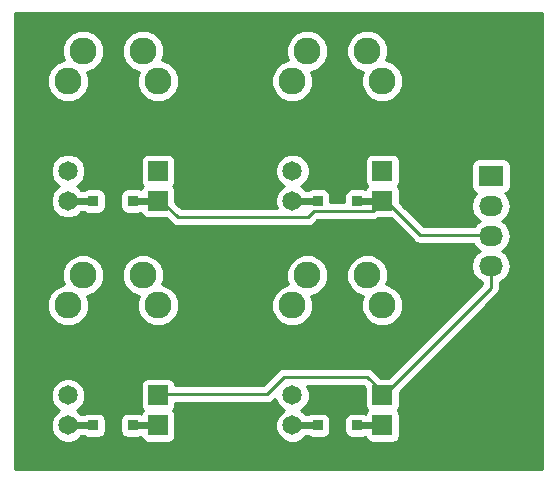
<source format=gbr>
G04 #@! TF.FileFunction,Copper,L2,Bot,Signal*
%FSLAX46Y46*%
G04 Gerber Fmt 4.6, Leading zero omitted, Abs format (unit mm)*
G04 Created by KiCad (PCBNEW (after 2015-jan-16 BZR unknown)-brewed_product) date Friday, March 06, 2015 'AMt' 08:10:05 AM*
%MOMM*%
G01*
G04 APERTURE LIST*
%ADD10C,0.100000*%
%ADD11C,0.609600*%
%ADD12C,2.286000*%
%ADD13C,1.701800*%
%ADD14C,1.651000*%
%ADD15R,1.651000X1.651000*%
%ADD16R,0.838200X0.838200*%
%ADD17R,2.032000X1.727200*%
%ADD18O,2.032000X1.727200*%
%ADD19C,0.254000*%
G04 APERTURE END LIST*
D10*
D11*
X150190000Y-115620000D02*
X152336300Y-115620000D01*
X155663700Y-115620000D02*
X157810000Y-115620000D01*
X150190000Y-134620000D02*
X152336300Y-134620000D01*
X155663700Y-134620000D02*
X157810000Y-134620000D01*
X169190000Y-115620000D02*
X171336300Y-115620000D01*
X174663700Y-115620000D02*
X176810000Y-115620000D01*
X169190000Y-134620000D02*
X171336300Y-134620000D01*
X174663700Y-134620000D02*
X176810000Y-134620000D01*
D12*
X156540000Y-102920000D03*
X150190000Y-105460000D03*
D13*
X148920000Y-108000000D03*
X159080000Y-108000000D03*
D12*
X157810000Y-105460000D03*
X151460000Y-102920000D03*
D14*
X150190000Y-113080000D03*
D15*
X157810000Y-113080000D03*
D14*
X150190000Y-115620000D03*
D15*
X157810000Y-115620000D03*
D16*
X152336300Y-115620000D03*
X155663700Y-115620000D03*
D12*
X156540000Y-121920000D03*
X150190000Y-124460000D03*
D13*
X148920000Y-127000000D03*
X159080000Y-127000000D03*
D12*
X157810000Y-124460000D03*
X151460000Y-121920000D03*
D14*
X150190000Y-132080000D03*
D15*
X157810000Y-132080000D03*
D14*
X150190000Y-134620000D03*
D15*
X157810000Y-134620000D03*
D16*
X152336300Y-134620000D03*
X155663700Y-134620000D03*
D12*
X175540000Y-102920000D03*
X169190000Y-105460000D03*
D13*
X167920000Y-108000000D03*
X178080000Y-108000000D03*
D12*
X176810000Y-105460000D03*
X170460000Y-102920000D03*
D14*
X169190000Y-113080000D03*
D15*
X176810000Y-113080000D03*
D14*
X169190000Y-115620000D03*
D15*
X176810000Y-115620000D03*
D16*
X171336300Y-115620000D03*
X174663700Y-115620000D03*
D12*
X175540000Y-121920000D03*
X169190000Y-124460000D03*
D13*
X167920000Y-127000000D03*
X178080000Y-127000000D03*
D12*
X176810000Y-124460000D03*
X170460000Y-121920000D03*
D14*
X169190000Y-132080000D03*
D15*
X176810000Y-132080000D03*
D14*
X169190000Y-134620000D03*
D15*
X176810000Y-134620000D03*
D16*
X171336300Y-134620000D03*
X174663700Y-134620000D03*
D17*
X186000000Y-113500000D03*
D18*
X186000000Y-116040000D03*
X186000000Y-118580000D03*
X186000000Y-121120000D03*
D19*
X176810000Y-115620000D02*
X177000000Y-115500000D01*
X186000000Y-118500000D02*
X186000000Y-118580000D01*
X157810000Y-115620000D02*
X158000000Y-115500000D01*
X177000000Y-115500000D02*
X176810000Y-115620000D01*
X177000000Y-115500000D02*
X176810000Y-115620000D01*
X176000000Y-116500000D02*
X177000000Y-115500000D01*
X171000000Y-116500000D02*
X176000000Y-116500000D01*
X170500000Y-117000000D02*
X171000000Y-116500000D01*
X159500000Y-117000000D02*
X170500000Y-117000000D01*
X158000000Y-115500000D02*
X159500000Y-117000000D01*
X157810000Y-115620000D02*
X158000000Y-115500000D01*
X186000000Y-118500000D02*
X186000000Y-118580000D01*
X180000000Y-118500000D02*
X186000000Y-118500000D01*
X177000000Y-115500000D02*
X180000000Y-118500000D01*
X176810000Y-115620000D02*
X177000000Y-115500000D01*
X176810000Y-132080000D02*
X177000000Y-132000000D01*
X158000000Y-132000000D02*
X157810000Y-132080000D01*
X158000000Y-132000000D02*
X157810000Y-132080000D01*
X167000000Y-132000000D02*
X158000000Y-132000000D01*
X168500000Y-130500000D02*
X167000000Y-132000000D01*
X175500000Y-130500000D02*
X168500000Y-130500000D01*
X177000000Y-132000000D02*
X175500000Y-130500000D01*
X176810000Y-132080000D02*
X177000000Y-132000000D01*
X177000000Y-132000000D02*
X176810000Y-132080000D01*
X186000000Y-123000000D02*
X177000000Y-132000000D01*
X186000000Y-121120000D02*
X186000000Y-123000000D01*
X175540000Y-121920000D02*
X175500000Y-122000000D01*
G36*
X190315000Y-138315000D02*
X187683345Y-138315000D01*
X187683345Y-121120000D01*
X187569271Y-120546511D01*
X187244415Y-120060330D01*
X186929634Y-119850000D01*
X187244415Y-119639670D01*
X187569271Y-119153489D01*
X187683345Y-118580000D01*
X187569271Y-118006511D01*
X187244415Y-117520330D01*
X186929634Y-117310000D01*
X187244415Y-117099670D01*
X187569271Y-116613489D01*
X187683345Y-116040000D01*
X187569271Y-115466511D01*
X187244415Y-114980330D01*
X187228632Y-114969784D01*
X187258123Y-114964063D01*
X187470927Y-114824273D01*
X187613377Y-114613240D01*
X187663440Y-114363600D01*
X187663440Y-112636400D01*
X187616463Y-112394277D01*
X187476673Y-112181473D01*
X187265640Y-112039023D01*
X187016000Y-111988960D01*
X184984000Y-111988960D01*
X184741877Y-112035937D01*
X184529073Y-112175727D01*
X184386623Y-112386760D01*
X184336560Y-112636400D01*
X184336560Y-114363600D01*
X184383537Y-114605723D01*
X184523327Y-114818527D01*
X184734360Y-114960977D01*
X184772962Y-114968718D01*
X184755585Y-114980330D01*
X184430729Y-115466511D01*
X184316655Y-116040000D01*
X184430729Y-116613489D01*
X184755585Y-117099670D01*
X185070365Y-117310000D01*
X184755585Y-117520330D01*
X184610142Y-117738000D01*
X180315630Y-117738000D01*
X178588308Y-116010677D01*
X178588308Y-105107886D01*
X178318194Y-104454160D01*
X177818471Y-103953564D01*
X177165218Y-103682309D01*
X177148657Y-103682294D01*
X177317691Y-103275218D01*
X177318308Y-102567886D01*
X177048194Y-101914160D01*
X176548471Y-101413564D01*
X175895218Y-101142309D01*
X175187886Y-101141692D01*
X174534160Y-101411806D01*
X174033564Y-101911529D01*
X173762309Y-102564782D01*
X173761692Y-103272114D01*
X174031806Y-103925840D01*
X174531529Y-104426436D01*
X175184782Y-104697691D01*
X175201342Y-104697705D01*
X175032309Y-105104782D01*
X175031692Y-105812114D01*
X175301806Y-106465840D01*
X175801529Y-106966436D01*
X176454782Y-107237691D01*
X177162114Y-107238308D01*
X177815840Y-106968194D01*
X178316436Y-106468471D01*
X178587691Y-105815218D01*
X178588308Y-105107886D01*
X178588308Y-116010677D01*
X178282940Y-115705309D01*
X178282940Y-114794500D01*
X178235963Y-114552377D01*
X178102194Y-114348739D01*
X178232877Y-114155140D01*
X178282940Y-113905500D01*
X178282940Y-112254500D01*
X178235963Y-112012377D01*
X178096173Y-111799573D01*
X177885140Y-111657123D01*
X177635500Y-111607060D01*
X175984500Y-111607060D01*
X175742377Y-111654037D01*
X175529573Y-111793827D01*
X175387123Y-112004860D01*
X175337060Y-112254500D01*
X175337060Y-113905500D01*
X175384037Y-114147623D01*
X175517805Y-114351260D01*
X175387123Y-114544860D01*
X175370241Y-114629039D01*
X175332440Y-114603523D01*
X175082800Y-114553460D01*
X174244600Y-114553460D01*
X174002477Y-114600437D01*
X173789673Y-114740227D01*
X173647223Y-114951260D01*
X173597160Y-115200900D01*
X173597160Y-115738000D01*
X172402840Y-115738000D01*
X172402840Y-115200900D01*
X172355863Y-114958777D01*
X172238308Y-114779821D01*
X172238308Y-102567886D01*
X171968194Y-101914160D01*
X171468471Y-101413564D01*
X170815218Y-101142309D01*
X170107886Y-101141692D01*
X169454160Y-101411806D01*
X168953564Y-101911529D01*
X168682309Y-102564782D01*
X168681692Y-103272114D01*
X168850930Y-103681703D01*
X168837886Y-103681692D01*
X168184160Y-103951806D01*
X167683564Y-104451529D01*
X167412309Y-105104782D01*
X167411692Y-105812114D01*
X167681806Y-106465840D01*
X168181529Y-106966436D01*
X168834782Y-107237691D01*
X169542114Y-107238308D01*
X170195840Y-106968194D01*
X170696436Y-106468471D01*
X170967691Y-105815218D01*
X170968308Y-105107886D01*
X170799069Y-104698296D01*
X170812114Y-104698308D01*
X171465840Y-104428194D01*
X171966436Y-103928471D01*
X172237691Y-103275218D01*
X172238308Y-102567886D01*
X172238308Y-114779821D01*
X172216073Y-114745973D01*
X172005040Y-114603523D01*
X171755400Y-114553460D01*
X170917200Y-114553460D01*
X170675077Y-114600437D01*
X170553652Y-114680200D01*
X170315498Y-114680200D01*
X170018387Y-114382570D01*
X169940421Y-114350195D01*
X170016226Y-114318874D01*
X170427430Y-113908387D01*
X170650246Y-113371786D01*
X170650753Y-112790763D01*
X170428874Y-112253774D01*
X170018387Y-111842570D01*
X169481786Y-111619754D01*
X168900763Y-111619247D01*
X168363774Y-111841126D01*
X167952570Y-112251613D01*
X167729754Y-112788214D01*
X167729247Y-113369237D01*
X167951126Y-113906226D01*
X168361613Y-114317430D01*
X168439578Y-114349804D01*
X168363774Y-114381126D01*
X167952570Y-114791613D01*
X167729754Y-115328214D01*
X167729247Y-115909237D01*
X167865088Y-116238000D01*
X159815630Y-116238000D01*
X159588308Y-116010677D01*
X159588308Y-105107886D01*
X159318194Y-104454160D01*
X158818471Y-103953564D01*
X158165218Y-103682309D01*
X158148657Y-103682294D01*
X158317691Y-103275218D01*
X158318308Y-102567886D01*
X158048194Y-101914160D01*
X157548471Y-101413564D01*
X156895218Y-101142309D01*
X156187886Y-101141692D01*
X155534160Y-101411806D01*
X155033564Y-101911529D01*
X154762309Y-102564782D01*
X154761692Y-103272114D01*
X155031806Y-103925840D01*
X155531529Y-104426436D01*
X156184782Y-104697691D01*
X156201342Y-104697705D01*
X156032309Y-105104782D01*
X156031692Y-105812114D01*
X156301806Y-106465840D01*
X156801529Y-106966436D01*
X157454782Y-107237691D01*
X158162114Y-107238308D01*
X158815840Y-106968194D01*
X159316436Y-106468471D01*
X159587691Y-105815218D01*
X159588308Y-105107886D01*
X159588308Y-116010677D01*
X159282940Y-115705309D01*
X159282940Y-114794500D01*
X159235963Y-114552377D01*
X159102194Y-114348739D01*
X159232877Y-114155140D01*
X159282940Y-113905500D01*
X159282940Y-112254500D01*
X159235963Y-112012377D01*
X159096173Y-111799573D01*
X158885140Y-111657123D01*
X158635500Y-111607060D01*
X156984500Y-111607060D01*
X156742377Y-111654037D01*
X156529573Y-111793827D01*
X156387123Y-112004860D01*
X156337060Y-112254500D01*
X156337060Y-113905500D01*
X156384037Y-114147623D01*
X156517805Y-114351260D01*
X156387123Y-114544860D01*
X156370241Y-114629039D01*
X156332440Y-114603523D01*
X156082800Y-114553460D01*
X155244600Y-114553460D01*
X155002477Y-114600437D01*
X154789673Y-114740227D01*
X154647223Y-114951260D01*
X154597160Y-115200900D01*
X154597160Y-116039100D01*
X154644137Y-116281223D01*
X154783927Y-116494027D01*
X154994960Y-116636477D01*
X155244600Y-116686540D01*
X156082800Y-116686540D01*
X156324923Y-116639563D01*
X156369083Y-116610553D01*
X156384037Y-116687623D01*
X156523827Y-116900427D01*
X156734860Y-117042877D01*
X156984500Y-117092940D01*
X158515309Y-117092940D01*
X158961184Y-117538815D01*
X158961185Y-117538815D01*
X159208395Y-117703996D01*
X159500000Y-117762000D01*
X170500000Y-117762000D01*
X170500000Y-117761999D01*
X170791604Y-117703996D01*
X170791605Y-117703996D01*
X171038815Y-117538815D01*
X171315630Y-117262000D01*
X176000000Y-117262000D01*
X176000000Y-117261999D01*
X176291604Y-117203996D01*
X176291605Y-117203996D01*
X176457811Y-117092940D01*
X177515309Y-117092940D01*
X179461185Y-119038816D01*
X179609376Y-119137834D01*
X179708395Y-119203996D01*
X179708396Y-119203996D01*
X180000000Y-119262000D01*
X184503233Y-119262000D01*
X184755585Y-119639670D01*
X185070365Y-119850000D01*
X184755585Y-120060330D01*
X184430729Y-120546511D01*
X184316655Y-121120000D01*
X184430729Y-121693489D01*
X184755585Y-122179670D01*
X185238000Y-122502009D01*
X185238000Y-122684370D01*
X178588308Y-129334062D01*
X178588308Y-124107886D01*
X178318194Y-123454160D01*
X177818471Y-122953564D01*
X177165218Y-122682309D01*
X177148657Y-122682294D01*
X177317691Y-122275218D01*
X177318308Y-121567886D01*
X177048194Y-120914160D01*
X176548471Y-120413564D01*
X175895218Y-120142309D01*
X175187886Y-120141692D01*
X174534160Y-120411806D01*
X174033564Y-120911529D01*
X173762309Y-121564782D01*
X173761692Y-122272114D01*
X174031806Y-122925840D01*
X174531529Y-123426436D01*
X175184782Y-123697691D01*
X175201342Y-123697705D01*
X175032309Y-124104782D01*
X175031692Y-124812114D01*
X175301806Y-125465840D01*
X175801529Y-125966436D01*
X176454782Y-126237691D01*
X177162114Y-126238308D01*
X177815840Y-125968194D01*
X178316436Y-125468471D01*
X178587691Y-124815218D01*
X178588308Y-124107886D01*
X178588308Y-129334062D01*
X177315310Y-130607060D01*
X176684690Y-130607060D01*
X176038815Y-129961185D01*
X175791605Y-129796004D01*
X175500000Y-129738000D01*
X172238308Y-129738000D01*
X172238308Y-121567886D01*
X171968194Y-120914160D01*
X171468471Y-120413564D01*
X170815218Y-120142309D01*
X170107886Y-120141692D01*
X169454160Y-120411806D01*
X168953564Y-120911529D01*
X168682309Y-121564782D01*
X168681692Y-122272114D01*
X168850930Y-122681703D01*
X168837886Y-122681692D01*
X168184160Y-122951806D01*
X167683564Y-123451529D01*
X167412309Y-124104782D01*
X167411692Y-124812114D01*
X167681806Y-125465840D01*
X168181529Y-125966436D01*
X168834782Y-126237691D01*
X169542114Y-126238308D01*
X170195840Y-125968194D01*
X170696436Y-125468471D01*
X170967691Y-124815218D01*
X170968308Y-124107886D01*
X170799069Y-123698296D01*
X170812114Y-123698308D01*
X171465840Y-123428194D01*
X171966436Y-122928471D01*
X172237691Y-122275218D01*
X172238308Y-121567886D01*
X172238308Y-129738000D01*
X168500000Y-129738000D01*
X168208395Y-129796004D01*
X167961184Y-129961185D01*
X166684369Y-131238000D01*
X159588308Y-131238000D01*
X159588308Y-124107886D01*
X159318194Y-123454160D01*
X158818471Y-122953564D01*
X158165218Y-122682309D01*
X158148657Y-122682294D01*
X158317691Y-122275218D01*
X158318308Y-121567886D01*
X158048194Y-120914160D01*
X157548471Y-120413564D01*
X156895218Y-120142309D01*
X156187886Y-120141692D01*
X155534160Y-120411806D01*
X155033564Y-120911529D01*
X154762309Y-121564782D01*
X154761692Y-122272114D01*
X155031806Y-122925840D01*
X155531529Y-123426436D01*
X156184782Y-123697691D01*
X156201342Y-123697705D01*
X156032309Y-124104782D01*
X156031692Y-124812114D01*
X156301806Y-125465840D01*
X156801529Y-125966436D01*
X157454782Y-126237691D01*
X158162114Y-126238308D01*
X158815840Y-125968194D01*
X159316436Y-125468471D01*
X159587691Y-124815218D01*
X159588308Y-124107886D01*
X159588308Y-131238000D01*
X159279738Y-131238000D01*
X159235963Y-131012377D01*
X159096173Y-130799573D01*
X158885140Y-130657123D01*
X158635500Y-130607060D01*
X156984500Y-130607060D01*
X156742377Y-130654037D01*
X156529573Y-130793827D01*
X156387123Y-131004860D01*
X156337060Y-131254500D01*
X156337060Y-132905500D01*
X156384037Y-133147623D01*
X156517805Y-133351260D01*
X156387123Y-133544860D01*
X156370241Y-133629039D01*
X156332440Y-133603523D01*
X156082800Y-133553460D01*
X155244600Y-133553460D01*
X155002477Y-133600437D01*
X154789673Y-133740227D01*
X154647223Y-133951260D01*
X154597160Y-134200900D01*
X154597160Y-135039100D01*
X154644137Y-135281223D01*
X154783927Y-135494027D01*
X154994960Y-135636477D01*
X155244600Y-135686540D01*
X156082800Y-135686540D01*
X156324923Y-135639563D01*
X156369083Y-135610553D01*
X156384037Y-135687623D01*
X156523827Y-135900427D01*
X156734860Y-136042877D01*
X156984500Y-136092940D01*
X158635500Y-136092940D01*
X158877623Y-136045963D01*
X159090427Y-135906173D01*
X159232877Y-135695140D01*
X159282940Y-135445500D01*
X159282940Y-133794500D01*
X159235963Y-133552377D01*
X159102194Y-133348739D01*
X159232877Y-133155140D01*
X159282940Y-132905500D01*
X159282940Y-132762000D01*
X167000000Y-132762000D01*
X167000000Y-132761999D01*
X167291604Y-132703996D01*
X167291605Y-132703996D01*
X167538815Y-132538815D01*
X167729265Y-132348364D01*
X167729247Y-132369237D01*
X167951126Y-132906226D01*
X168361613Y-133317430D01*
X168439578Y-133349804D01*
X168363774Y-133381126D01*
X167952570Y-133791613D01*
X167729754Y-134328214D01*
X167729247Y-134909237D01*
X167951126Y-135446226D01*
X168361613Y-135857430D01*
X168898214Y-136080246D01*
X169479237Y-136080753D01*
X170016226Y-135858874D01*
X170315822Y-135559800D01*
X170553966Y-135559800D01*
X170667560Y-135636477D01*
X170917200Y-135686540D01*
X171755400Y-135686540D01*
X171997523Y-135639563D01*
X172210327Y-135499773D01*
X172352777Y-135288740D01*
X172402840Y-135039100D01*
X172402840Y-134200900D01*
X172355863Y-133958777D01*
X172216073Y-133745973D01*
X172005040Y-133603523D01*
X171755400Y-133553460D01*
X170917200Y-133553460D01*
X170675077Y-133600437D01*
X170553652Y-133680200D01*
X170315498Y-133680200D01*
X170018387Y-133382570D01*
X169940421Y-133350195D01*
X170016226Y-133318874D01*
X170427430Y-132908387D01*
X170650246Y-132371786D01*
X170650753Y-131790763D01*
X170432272Y-131262000D01*
X175184369Y-131262000D01*
X175337060Y-131414690D01*
X175337060Y-132905500D01*
X175384037Y-133147623D01*
X175517805Y-133351260D01*
X175387123Y-133544860D01*
X175370241Y-133629039D01*
X175332440Y-133603523D01*
X175082800Y-133553460D01*
X174244600Y-133553460D01*
X174002477Y-133600437D01*
X173789673Y-133740227D01*
X173647223Y-133951260D01*
X173597160Y-134200900D01*
X173597160Y-135039100D01*
X173644137Y-135281223D01*
X173783927Y-135494027D01*
X173994960Y-135636477D01*
X174244600Y-135686540D01*
X175082800Y-135686540D01*
X175324923Y-135639563D01*
X175369083Y-135610553D01*
X175384037Y-135687623D01*
X175523827Y-135900427D01*
X175734860Y-136042877D01*
X175984500Y-136092940D01*
X177635500Y-136092940D01*
X177877623Y-136045963D01*
X178090427Y-135906173D01*
X178232877Y-135695140D01*
X178282940Y-135445500D01*
X178282940Y-133794500D01*
X178235963Y-133552377D01*
X178102194Y-133348739D01*
X178232877Y-133155140D01*
X178282940Y-132905500D01*
X178282940Y-131794690D01*
X186538815Y-123538815D01*
X186703996Y-123291605D01*
X186761999Y-123000000D01*
X186762000Y-123000000D01*
X186762000Y-122502009D01*
X187244415Y-122179670D01*
X187569271Y-121693489D01*
X187683345Y-121120000D01*
X187683345Y-138315000D01*
X153402840Y-138315000D01*
X153402840Y-135039100D01*
X153402840Y-134200900D01*
X153402840Y-116039100D01*
X153402840Y-115200900D01*
X153355863Y-114958777D01*
X153238308Y-114779821D01*
X153238308Y-102567886D01*
X152968194Y-101914160D01*
X152468471Y-101413564D01*
X151815218Y-101142309D01*
X151107886Y-101141692D01*
X150454160Y-101411806D01*
X149953564Y-101911529D01*
X149682309Y-102564782D01*
X149681692Y-103272114D01*
X149850930Y-103681703D01*
X149837886Y-103681692D01*
X149184160Y-103951806D01*
X148683564Y-104451529D01*
X148412309Y-105104782D01*
X148411692Y-105812114D01*
X148681806Y-106465840D01*
X149181529Y-106966436D01*
X149834782Y-107237691D01*
X150542114Y-107238308D01*
X151195840Y-106968194D01*
X151696436Y-106468471D01*
X151967691Y-105815218D01*
X151968308Y-105107886D01*
X151799069Y-104698296D01*
X151812114Y-104698308D01*
X152465840Y-104428194D01*
X152966436Y-103928471D01*
X153237691Y-103275218D01*
X153238308Y-102567886D01*
X153238308Y-114779821D01*
X153216073Y-114745973D01*
X153005040Y-114603523D01*
X152755400Y-114553460D01*
X151917200Y-114553460D01*
X151675077Y-114600437D01*
X151553652Y-114680200D01*
X151315498Y-114680200D01*
X151018387Y-114382570D01*
X150940421Y-114350195D01*
X151016226Y-114318874D01*
X151427430Y-113908387D01*
X151650246Y-113371786D01*
X151650753Y-112790763D01*
X151428874Y-112253774D01*
X151018387Y-111842570D01*
X150481786Y-111619754D01*
X149900763Y-111619247D01*
X149363774Y-111841126D01*
X148952570Y-112251613D01*
X148729754Y-112788214D01*
X148729247Y-113369237D01*
X148951126Y-113906226D01*
X149361613Y-114317430D01*
X149439578Y-114349804D01*
X149363774Y-114381126D01*
X148952570Y-114791613D01*
X148729754Y-115328214D01*
X148729247Y-115909237D01*
X148951126Y-116446226D01*
X149361613Y-116857430D01*
X149898214Y-117080246D01*
X150479237Y-117080753D01*
X151016226Y-116858874D01*
X151315822Y-116559800D01*
X151553966Y-116559800D01*
X151667560Y-116636477D01*
X151917200Y-116686540D01*
X152755400Y-116686540D01*
X152997523Y-116639563D01*
X153210327Y-116499773D01*
X153352777Y-116288740D01*
X153402840Y-116039100D01*
X153402840Y-134200900D01*
X153355863Y-133958777D01*
X153238308Y-133779821D01*
X153238308Y-121567886D01*
X152968194Y-120914160D01*
X152468471Y-120413564D01*
X151815218Y-120142309D01*
X151107886Y-120141692D01*
X150454160Y-120411806D01*
X149953564Y-120911529D01*
X149682309Y-121564782D01*
X149681692Y-122272114D01*
X149850930Y-122681703D01*
X149837886Y-122681692D01*
X149184160Y-122951806D01*
X148683564Y-123451529D01*
X148412309Y-124104782D01*
X148411692Y-124812114D01*
X148681806Y-125465840D01*
X149181529Y-125966436D01*
X149834782Y-126237691D01*
X150542114Y-126238308D01*
X151195840Y-125968194D01*
X151696436Y-125468471D01*
X151967691Y-124815218D01*
X151968308Y-124107886D01*
X151799069Y-123698296D01*
X151812114Y-123698308D01*
X152465840Y-123428194D01*
X152966436Y-122928471D01*
X153237691Y-122275218D01*
X153238308Y-121567886D01*
X153238308Y-133779821D01*
X153216073Y-133745973D01*
X153005040Y-133603523D01*
X152755400Y-133553460D01*
X151917200Y-133553460D01*
X151675077Y-133600437D01*
X151553652Y-133680200D01*
X151315498Y-133680200D01*
X151018387Y-133382570D01*
X150940421Y-133350195D01*
X151016226Y-133318874D01*
X151427430Y-132908387D01*
X151650246Y-132371786D01*
X151650753Y-131790763D01*
X151428874Y-131253774D01*
X151018387Y-130842570D01*
X150481786Y-130619754D01*
X149900763Y-130619247D01*
X149363774Y-130841126D01*
X148952570Y-131251613D01*
X148729754Y-131788214D01*
X148729247Y-132369237D01*
X148951126Y-132906226D01*
X149361613Y-133317430D01*
X149439578Y-133349804D01*
X149363774Y-133381126D01*
X148952570Y-133791613D01*
X148729754Y-134328214D01*
X148729247Y-134909237D01*
X148951126Y-135446226D01*
X149361613Y-135857430D01*
X149898214Y-136080246D01*
X150479237Y-136080753D01*
X151016226Y-135858874D01*
X151315822Y-135559800D01*
X151553966Y-135559800D01*
X151667560Y-135636477D01*
X151917200Y-135686540D01*
X152755400Y-135686540D01*
X152997523Y-135639563D01*
X153210327Y-135499773D01*
X153352777Y-135288740D01*
X153402840Y-135039100D01*
X153402840Y-138315000D01*
X145685000Y-138315000D01*
X145685000Y-138000000D01*
X145685000Y-99685000D01*
X190315000Y-99685000D01*
X190315000Y-138315000D01*
X190315000Y-138315000D01*
G37*
X190315000Y-138315000D02*
X187683345Y-138315000D01*
X187683345Y-121120000D01*
X187569271Y-120546511D01*
X187244415Y-120060330D01*
X186929634Y-119850000D01*
X187244415Y-119639670D01*
X187569271Y-119153489D01*
X187683345Y-118580000D01*
X187569271Y-118006511D01*
X187244415Y-117520330D01*
X186929634Y-117310000D01*
X187244415Y-117099670D01*
X187569271Y-116613489D01*
X187683345Y-116040000D01*
X187569271Y-115466511D01*
X187244415Y-114980330D01*
X187228632Y-114969784D01*
X187258123Y-114964063D01*
X187470927Y-114824273D01*
X187613377Y-114613240D01*
X187663440Y-114363600D01*
X187663440Y-112636400D01*
X187616463Y-112394277D01*
X187476673Y-112181473D01*
X187265640Y-112039023D01*
X187016000Y-111988960D01*
X184984000Y-111988960D01*
X184741877Y-112035937D01*
X184529073Y-112175727D01*
X184386623Y-112386760D01*
X184336560Y-112636400D01*
X184336560Y-114363600D01*
X184383537Y-114605723D01*
X184523327Y-114818527D01*
X184734360Y-114960977D01*
X184772962Y-114968718D01*
X184755585Y-114980330D01*
X184430729Y-115466511D01*
X184316655Y-116040000D01*
X184430729Y-116613489D01*
X184755585Y-117099670D01*
X185070365Y-117310000D01*
X184755585Y-117520330D01*
X184610142Y-117738000D01*
X180315630Y-117738000D01*
X178588308Y-116010677D01*
X178588308Y-105107886D01*
X178318194Y-104454160D01*
X177818471Y-103953564D01*
X177165218Y-103682309D01*
X177148657Y-103682294D01*
X177317691Y-103275218D01*
X177318308Y-102567886D01*
X177048194Y-101914160D01*
X176548471Y-101413564D01*
X175895218Y-101142309D01*
X175187886Y-101141692D01*
X174534160Y-101411806D01*
X174033564Y-101911529D01*
X173762309Y-102564782D01*
X173761692Y-103272114D01*
X174031806Y-103925840D01*
X174531529Y-104426436D01*
X175184782Y-104697691D01*
X175201342Y-104697705D01*
X175032309Y-105104782D01*
X175031692Y-105812114D01*
X175301806Y-106465840D01*
X175801529Y-106966436D01*
X176454782Y-107237691D01*
X177162114Y-107238308D01*
X177815840Y-106968194D01*
X178316436Y-106468471D01*
X178587691Y-105815218D01*
X178588308Y-105107886D01*
X178588308Y-116010677D01*
X178282940Y-115705309D01*
X178282940Y-114794500D01*
X178235963Y-114552377D01*
X178102194Y-114348739D01*
X178232877Y-114155140D01*
X178282940Y-113905500D01*
X178282940Y-112254500D01*
X178235963Y-112012377D01*
X178096173Y-111799573D01*
X177885140Y-111657123D01*
X177635500Y-111607060D01*
X175984500Y-111607060D01*
X175742377Y-111654037D01*
X175529573Y-111793827D01*
X175387123Y-112004860D01*
X175337060Y-112254500D01*
X175337060Y-113905500D01*
X175384037Y-114147623D01*
X175517805Y-114351260D01*
X175387123Y-114544860D01*
X175370241Y-114629039D01*
X175332440Y-114603523D01*
X175082800Y-114553460D01*
X174244600Y-114553460D01*
X174002477Y-114600437D01*
X173789673Y-114740227D01*
X173647223Y-114951260D01*
X173597160Y-115200900D01*
X173597160Y-115738000D01*
X172402840Y-115738000D01*
X172402840Y-115200900D01*
X172355863Y-114958777D01*
X172238308Y-114779821D01*
X172238308Y-102567886D01*
X171968194Y-101914160D01*
X171468471Y-101413564D01*
X170815218Y-101142309D01*
X170107886Y-101141692D01*
X169454160Y-101411806D01*
X168953564Y-101911529D01*
X168682309Y-102564782D01*
X168681692Y-103272114D01*
X168850930Y-103681703D01*
X168837886Y-103681692D01*
X168184160Y-103951806D01*
X167683564Y-104451529D01*
X167412309Y-105104782D01*
X167411692Y-105812114D01*
X167681806Y-106465840D01*
X168181529Y-106966436D01*
X168834782Y-107237691D01*
X169542114Y-107238308D01*
X170195840Y-106968194D01*
X170696436Y-106468471D01*
X170967691Y-105815218D01*
X170968308Y-105107886D01*
X170799069Y-104698296D01*
X170812114Y-104698308D01*
X171465840Y-104428194D01*
X171966436Y-103928471D01*
X172237691Y-103275218D01*
X172238308Y-102567886D01*
X172238308Y-114779821D01*
X172216073Y-114745973D01*
X172005040Y-114603523D01*
X171755400Y-114553460D01*
X170917200Y-114553460D01*
X170675077Y-114600437D01*
X170553652Y-114680200D01*
X170315498Y-114680200D01*
X170018387Y-114382570D01*
X169940421Y-114350195D01*
X170016226Y-114318874D01*
X170427430Y-113908387D01*
X170650246Y-113371786D01*
X170650753Y-112790763D01*
X170428874Y-112253774D01*
X170018387Y-111842570D01*
X169481786Y-111619754D01*
X168900763Y-111619247D01*
X168363774Y-111841126D01*
X167952570Y-112251613D01*
X167729754Y-112788214D01*
X167729247Y-113369237D01*
X167951126Y-113906226D01*
X168361613Y-114317430D01*
X168439578Y-114349804D01*
X168363774Y-114381126D01*
X167952570Y-114791613D01*
X167729754Y-115328214D01*
X167729247Y-115909237D01*
X167865088Y-116238000D01*
X159815630Y-116238000D01*
X159588308Y-116010677D01*
X159588308Y-105107886D01*
X159318194Y-104454160D01*
X158818471Y-103953564D01*
X158165218Y-103682309D01*
X158148657Y-103682294D01*
X158317691Y-103275218D01*
X158318308Y-102567886D01*
X158048194Y-101914160D01*
X157548471Y-101413564D01*
X156895218Y-101142309D01*
X156187886Y-101141692D01*
X155534160Y-101411806D01*
X155033564Y-101911529D01*
X154762309Y-102564782D01*
X154761692Y-103272114D01*
X155031806Y-103925840D01*
X155531529Y-104426436D01*
X156184782Y-104697691D01*
X156201342Y-104697705D01*
X156032309Y-105104782D01*
X156031692Y-105812114D01*
X156301806Y-106465840D01*
X156801529Y-106966436D01*
X157454782Y-107237691D01*
X158162114Y-107238308D01*
X158815840Y-106968194D01*
X159316436Y-106468471D01*
X159587691Y-105815218D01*
X159588308Y-105107886D01*
X159588308Y-116010677D01*
X159282940Y-115705309D01*
X159282940Y-114794500D01*
X159235963Y-114552377D01*
X159102194Y-114348739D01*
X159232877Y-114155140D01*
X159282940Y-113905500D01*
X159282940Y-112254500D01*
X159235963Y-112012377D01*
X159096173Y-111799573D01*
X158885140Y-111657123D01*
X158635500Y-111607060D01*
X156984500Y-111607060D01*
X156742377Y-111654037D01*
X156529573Y-111793827D01*
X156387123Y-112004860D01*
X156337060Y-112254500D01*
X156337060Y-113905500D01*
X156384037Y-114147623D01*
X156517805Y-114351260D01*
X156387123Y-114544860D01*
X156370241Y-114629039D01*
X156332440Y-114603523D01*
X156082800Y-114553460D01*
X155244600Y-114553460D01*
X155002477Y-114600437D01*
X154789673Y-114740227D01*
X154647223Y-114951260D01*
X154597160Y-115200900D01*
X154597160Y-116039100D01*
X154644137Y-116281223D01*
X154783927Y-116494027D01*
X154994960Y-116636477D01*
X155244600Y-116686540D01*
X156082800Y-116686540D01*
X156324923Y-116639563D01*
X156369083Y-116610553D01*
X156384037Y-116687623D01*
X156523827Y-116900427D01*
X156734860Y-117042877D01*
X156984500Y-117092940D01*
X158515309Y-117092940D01*
X158961184Y-117538815D01*
X158961185Y-117538815D01*
X159208395Y-117703996D01*
X159500000Y-117762000D01*
X170500000Y-117762000D01*
X170500000Y-117761999D01*
X170791604Y-117703996D01*
X170791605Y-117703996D01*
X171038815Y-117538815D01*
X171315630Y-117262000D01*
X176000000Y-117262000D01*
X176000000Y-117261999D01*
X176291604Y-117203996D01*
X176291605Y-117203996D01*
X176457811Y-117092940D01*
X177515309Y-117092940D01*
X179461185Y-119038816D01*
X179609376Y-119137834D01*
X179708395Y-119203996D01*
X179708396Y-119203996D01*
X180000000Y-119262000D01*
X184503233Y-119262000D01*
X184755585Y-119639670D01*
X185070365Y-119850000D01*
X184755585Y-120060330D01*
X184430729Y-120546511D01*
X184316655Y-121120000D01*
X184430729Y-121693489D01*
X184755585Y-122179670D01*
X185238000Y-122502009D01*
X185238000Y-122684370D01*
X178588308Y-129334062D01*
X178588308Y-124107886D01*
X178318194Y-123454160D01*
X177818471Y-122953564D01*
X177165218Y-122682309D01*
X177148657Y-122682294D01*
X177317691Y-122275218D01*
X177318308Y-121567886D01*
X177048194Y-120914160D01*
X176548471Y-120413564D01*
X175895218Y-120142309D01*
X175187886Y-120141692D01*
X174534160Y-120411806D01*
X174033564Y-120911529D01*
X173762309Y-121564782D01*
X173761692Y-122272114D01*
X174031806Y-122925840D01*
X174531529Y-123426436D01*
X175184782Y-123697691D01*
X175201342Y-123697705D01*
X175032309Y-124104782D01*
X175031692Y-124812114D01*
X175301806Y-125465840D01*
X175801529Y-125966436D01*
X176454782Y-126237691D01*
X177162114Y-126238308D01*
X177815840Y-125968194D01*
X178316436Y-125468471D01*
X178587691Y-124815218D01*
X178588308Y-124107886D01*
X178588308Y-129334062D01*
X177315310Y-130607060D01*
X176684690Y-130607060D01*
X176038815Y-129961185D01*
X175791605Y-129796004D01*
X175500000Y-129738000D01*
X172238308Y-129738000D01*
X172238308Y-121567886D01*
X171968194Y-120914160D01*
X171468471Y-120413564D01*
X170815218Y-120142309D01*
X170107886Y-120141692D01*
X169454160Y-120411806D01*
X168953564Y-120911529D01*
X168682309Y-121564782D01*
X168681692Y-122272114D01*
X168850930Y-122681703D01*
X168837886Y-122681692D01*
X168184160Y-122951806D01*
X167683564Y-123451529D01*
X167412309Y-124104782D01*
X167411692Y-124812114D01*
X167681806Y-125465840D01*
X168181529Y-125966436D01*
X168834782Y-126237691D01*
X169542114Y-126238308D01*
X170195840Y-125968194D01*
X170696436Y-125468471D01*
X170967691Y-124815218D01*
X170968308Y-124107886D01*
X170799069Y-123698296D01*
X170812114Y-123698308D01*
X171465840Y-123428194D01*
X171966436Y-122928471D01*
X172237691Y-122275218D01*
X172238308Y-121567886D01*
X172238308Y-129738000D01*
X168500000Y-129738000D01*
X168208395Y-129796004D01*
X167961184Y-129961185D01*
X166684369Y-131238000D01*
X159588308Y-131238000D01*
X159588308Y-124107886D01*
X159318194Y-123454160D01*
X158818471Y-122953564D01*
X158165218Y-122682309D01*
X158148657Y-122682294D01*
X158317691Y-122275218D01*
X158318308Y-121567886D01*
X158048194Y-120914160D01*
X157548471Y-120413564D01*
X156895218Y-120142309D01*
X156187886Y-120141692D01*
X155534160Y-120411806D01*
X155033564Y-120911529D01*
X154762309Y-121564782D01*
X154761692Y-122272114D01*
X155031806Y-122925840D01*
X155531529Y-123426436D01*
X156184782Y-123697691D01*
X156201342Y-123697705D01*
X156032309Y-124104782D01*
X156031692Y-124812114D01*
X156301806Y-125465840D01*
X156801529Y-125966436D01*
X157454782Y-126237691D01*
X158162114Y-126238308D01*
X158815840Y-125968194D01*
X159316436Y-125468471D01*
X159587691Y-124815218D01*
X159588308Y-124107886D01*
X159588308Y-131238000D01*
X159279738Y-131238000D01*
X159235963Y-131012377D01*
X159096173Y-130799573D01*
X158885140Y-130657123D01*
X158635500Y-130607060D01*
X156984500Y-130607060D01*
X156742377Y-130654037D01*
X156529573Y-130793827D01*
X156387123Y-131004860D01*
X156337060Y-131254500D01*
X156337060Y-132905500D01*
X156384037Y-133147623D01*
X156517805Y-133351260D01*
X156387123Y-133544860D01*
X156370241Y-133629039D01*
X156332440Y-133603523D01*
X156082800Y-133553460D01*
X155244600Y-133553460D01*
X155002477Y-133600437D01*
X154789673Y-133740227D01*
X154647223Y-133951260D01*
X154597160Y-134200900D01*
X154597160Y-135039100D01*
X154644137Y-135281223D01*
X154783927Y-135494027D01*
X154994960Y-135636477D01*
X155244600Y-135686540D01*
X156082800Y-135686540D01*
X156324923Y-135639563D01*
X156369083Y-135610553D01*
X156384037Y-135687623D01*
X156523827Y-135900427D01*
X156734860Y-136042877D01*
X156984500Y-136092940D01*
X158635500Y-136092940D01*
X158877623Y-136045963D01*
X159090427Y-135906173D01*
X159232877Y-135695140D01*
X159282940Y-135445500D01*
X159282940Y-133794500D01*
X159235963Y-133552377D01*
X159102194Y-133348739D01*
X159232877Y-133155140D01*
X159282940Y-132905500D01*
X159282940Y-132762000D01*
X167000000Y-132762000D01*
X167000000Y-132761999D01*
X167291604Y-132703996D01*
X167291605Y-132703996D01*
X167538815Y-132538815D01*
X167729265Y-132348364D01*
X167729247Y-132369237D01*
X167951126Y-132906226D01*
X168361613Y-133317430D01*
X168439578Y-133349804D01*
X168363774Y-133381126D01*
X167952570Y-133791613D01*
X167729754Y-134328214D01*
X167729247Y-134909237D01*
X167951126Y-135446226D01*
X168361613Y-135857430D01*
X168898214Y-136080246D01*
X169479237Y-136080753D01*
X170016226Y-135858874D01*
X170315822Y-135559800D01*
X170553966Y-135559800D01*
X170667560Y-135636477D01*
X170917200Y-135686540D01*
X171755400Y-135686540D01*
X171997523Y-135639563D01*
X172210327Y-135499773D01*
X172352777Y-135288740D01*
X172402840Y-135039100D01*
X172402840Y-134200900D01*
X172355863Y-133958777D01*
X172216073Y-133745973D01*
X172005040Y-133603523D01*
X171755400Y-133553460D01*
X170917200Y-133553460D01*
X170675077Y-133600437D01*
X170553652Y-133680200D01*
X170315498Y-133680200D01*
X170018387Y-133382570D01*
X169940421Y-133350195D01*
X170016226Y-133318874D01*
X170427430Y-132908387D01*
X170650246Y-132371786D01*
X170650753Y-131790763D01*
X170432272Y-131262000D01*
X175184369Y-131262000D01*
X175337060Y-131414690D01*
X175337060Y-132905500D01*
X175384037Y-133147623D01*
X175517805Y-133351260D01*
X175387123Y-133544860D01*
X175370241Y-133629039D01*
X175332440Y-133603523D01*
X175082800Y-133553460D01*
X174244600Y-133553460D01*
X174002477Y-133600437D01*
X173789673Y-133740227D01*
X173647223Y-133951260D01*
X173597160Y-134200900D01*
X173597160Y-135039100D01*
X173644137Y-135281223D01*
X173783927Y-135494027D01*
X173994960Y-135636477D01*
X174244600Y-135686540D01*
X175082800Y-135686540D01*
X175324923Y-135639563D01*
X175369083Y-135610553D01*
X175384037Y-135687623D01*
X175523827Y-135900427D01*
X175734860Y-136042877D01*
X175984500Y-136092940D01*
X177635500Y-136092940D01*
X177877623Y-136045963D01*
X178090427Y-135906173D01*
X178232877Y-135695140D01*
X178282940Y-135445500D01*
X178282940Y-133794500D01*
X178235963Y-133552377D01*
X178102194Y-133348739D01*
X178232877Y-133155140D01*
X178282940Y-132905500D01*
X178282940Y-131794690D01*
X186538815Y-123538815D01*
X186703996Y-123291605D01*
X186761999Y-123000000D01*
X186762000Y-123000000D01*
X186762000Y-122502009D01*
X187244415Y-122179670D01*
X187569271Y-121693489D01*
X187683345Y-121120000D01*
X187683345Y-138315000D01*
X153402840Y-138315000D01*
X153402840Y-135039100D01*
X153402840Y-134200900D01*
X153402840Y-116039100D01*
X153402840Y-115200900D01*
X153355863Y-114958777D01*
X153238308Y-114779821D01*
X153238308Y-102567886D01*
X152968194Y-101914160D01*
X152468471Y-101413564D01*
X151815218Y-101142309D01*
X151107886Y-101141692D01*
X150454160Y-101411806D01*
X149953564Y-101911529D01*
X149682309Y-102564782D01*
X149681692Y-103272114D01*
X149850930Y-103681703D01*
X149837886Y-103681692D01*
X149184160Y-103951806D01*
X148683564Y-104451529D01*
X148412309Y-105104782D01*
X148411692Y-105812114D01*
X148681806Y-106465840D01*
X149181529Y-106966436D01*
X149834782Y-107237691D01*
X150542114Y-107238308D01*
X151195840Y-106968194D01*
X151696436Y-106468471D01*
X151967691Y-105815218D01*
X151968308Y-105107886D01*
X151799069Y-104698296D01*
X151812114Y-104698308D01*
X152465840Y-104428194D01*
X152966436Y-103928471D01*
X153237691Y-103275218D01*
X153238308Y-102567886D01*
X153238308Y-114779821D01*
X153216073Y-114745973D01*
X153005040Y-114603523D01*
X152755400Y-114553460D01*
X151917200Y-114553460D01*
X151675077Y-114600437D01*
X151553652Y-114680200D01*
X151315498Y-114680200D01*
X151018387Y-114382570D01*
X150940421Y-114350195D01*
X151016226Y-114318874D01*
X151427430Y-113908387D01*
X151650246Y-113371786D01*
X151650753Y-112790763D01*
X151428874Y-112253774D01*
X151018387Y-111842570D01*
X150481786Y-111619754D01*
X149900763Y-111619247D01*
X149363774Y-111841126D01*
X148952570Y-112251613D01*
X148729754Y-112788214D01*
X148729247Y-113369237D01*
X148951126Y-113906226D01*
X149361613Y-114317430D01*
X149439578Y-114349804D01*
X149363774Y-114381126D01*
X148952570Y-114791613D01*
X148729754Y-115328214D01*
X148729247Y-115909237D01*
X148951126Y-116446226D01*
X149361613Y-116857430D01*
X149898214Y-117080246D01*
X150479237Y-117080753D01*
X151016226Y-116858874D01*
X151315822Y-116559800D01*
X151553966Y-116559800D01*
X151667560Y-116636477D01*
X151917200Y-116686540D01*
X152755400Y-116686540D01*
X152997523Y-116639563D01*
X153210327Y-116499773D01*
X153352777Y-116288740D01*
X153402840Y-116039100D01*
X153402840Y-134200900D01*
X153355863Y-133958777D01*
X153238308Y-133779821D01*
X153238308Y-121567886D01*
X152968194Y-120914160D01*
X152468471Y-120413564D01*
X151815218Y-120142309D01*
X151107886Y-120141692D01*
X150454160Y-120411806D01*
X149953564Y-120911529D01*
X149682309Y-121564782D01*
X149681692Y-122272114D01*
X149850930Y-122681703D01*
X149837886Y-122681692D01*
X149184160Y-122951806D01*
X148683564Y-123451529D01*
X148412309Y-124104782D01*
X148411692Y-124812114D01*
X148681806Y-125465840D01*
X149181529Y-125966436D01*
X149834782Y-126237691D01*
X150542114Y-126238308D01*
X151195840Y-125968194D01*
X151696436Y-125468471D01*
X151967691Y-124815218D01*
X151968308Y-124107886D01*
X151799069Y-123698296D01*
X151812114Y-123698308D01*
X152465840Y-123428194D01*
X152966436Y-122928471D01*
X153237691Y-122275218D01*
X153238308Y-121567886D01*
X153238308Y-133779821D01*
X153216073Y-133745973D01*
X153005040Y-133603523D01*
X152755400Y-133553460D01*
X151917200Y-133553460D01*
X151675077Y-133600437D01*
X151553652Y-133680200D01*
X151315498Y-133680200D01*
X151018387Y-133382570D01*
X150940421Y-133350195D01*
X151016226Y-133318874D01*
X151427430Y-132908387D01*
X151650246Y-132371786D01*
X151650753Y-131790763D01*
X151428874Y-131253774D01*
X151018387Y-130842570D01*
X150481786Y-130619754D01*
X149900763Y-130619247D01*
X149363774Y-130841126D01*
X148952570Y-131251613D01*
X148729754Y-131788214D01*
X148729247Y-132369237D01*
X148951126Y-132906226D01*
X149361613Y-133317430D01*
X149439578Y-133349804D01*
X149363774Y-133381126D01*
X148952570Y-133791613D01*
X148729754Y-134328214D01*
X148729247Y-134909237D01*
X148951126Y-135446226D01*
X149361613Y-135857430D01*
X149898214Y-136080246D01*
X150479237Y-136080753D01*
X151016226Y-135858874D01*
X151315822Y-135559800D01*
X151553966Y-135559800D01*
X151667560Y-135636477D01*
X151917200Y-135686540D01*
X152755400Y-135686540D01*
X152997523Y-135639563D01*
X153210327Y-135499773D01*
X153352777Y-135288740D01*
X153402840Y-135039100D01*
X153402840Y-138315000D01*
X145685000Y-138315000D01*
X145685000Y-138000000D01*
X145685000Y-99685000D01*
X190315000Y-99685000D01*
X190315000Y-138315000D01*
M02*

</source>
